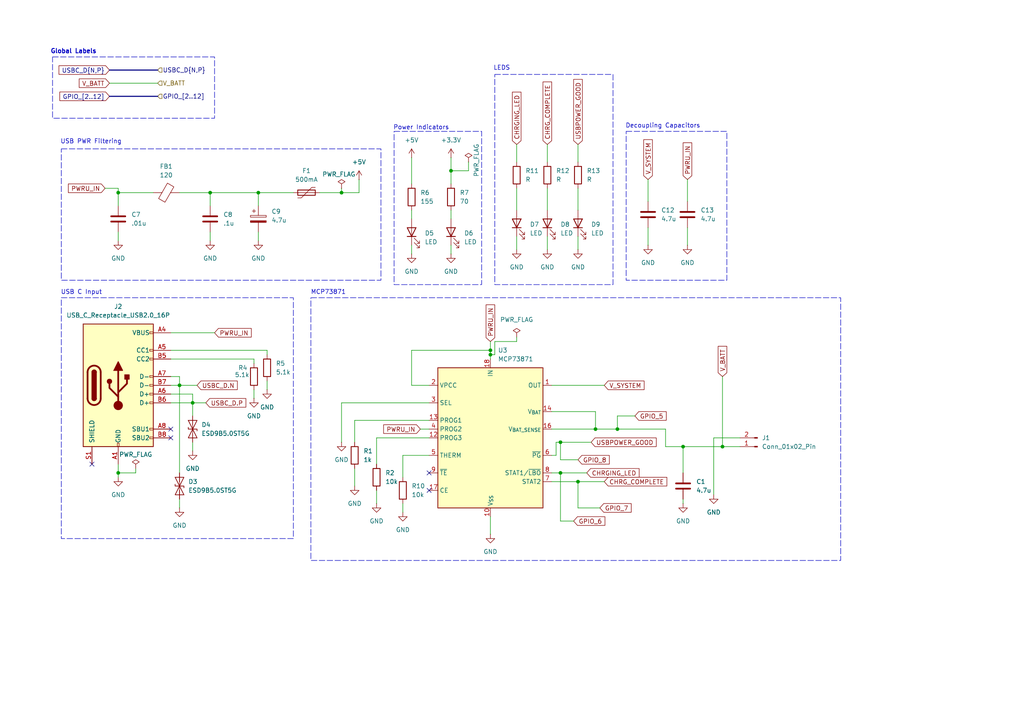
<source format=kicad_sch>
(kicad_sch (version 20231120) (generator "eeschema") (generator_version "8.0")
  (paper "A4")
  (lib_symbols
    (symbol "Battery_Management:MCP73871"
      (property "Reference" "U" (at -7.62 24.13 0))
      (property "Value" "MCP73871" (at -15.24 21.59 0))
      (symbol "MCP73871_0_1"
        (rectangle (start -15.24 20.32) (end 15.24 -20.32) (stroke (width 0.254)) (fill (type background)))
      )
      (symbol "MCP73871_1_1"
        (pin power_out line (at 17.78 15.24 180) (length 2.54) (name "OUT") (number "1"))
        (pin power_in line (at 0 -22.86 90) (length 2.54) (name "V_{SS}") (number "10"))
        (pin passive line (at 0 -22.86 90) (length 2.54) hide (name "V_{SS}") (number "11"))
        (pin bidirectional line (at -17.78 0 0) (length 2.54) (name "PROG3") (number "12"))
        (pin bidirectional line (at -17.78 5.08 0) (length 2.54) (name "PROG1") (number "13"))
        (pin power_out line (at 17.78 7.62 180) (length 2.54) (name "V_{BAT}") (number "14"))
        (pin passive line (at 17.78 7.62 180) (length 2.54) hide (name "V_{BAT}") (number "15"))
        (pin input line (at 17.78 2.54 180) (length 2.54) (name "V_{BAT_SENSE}") (number "16"))
        (pin input line (at -17.78 -15.24 0) (length 2.54) (name "CE") (number "17"))
        (pin power_in line (at 0 22.86 270) (length 2.54) (name "IN") (number "18"))
        (pin passive line (at 0 22.86 270) (length 2.54) hide (name "IN") (number "19"))
        (pin input line (at -17.78 15.24 0) (length 2.54) (name "VPCC") (number "2"))
        (pin passive line (at 17.78 15.24 180) (length 2.54) hide (name "OUT") (number "20"))
        (pin passive line (at 0 -22.86 90) (length 2.54) hide (name "V_{SS}") (number "21"))
        (pin input line (at -17.78 10.16 0) (length 2.54) (name "SEL") (number "3"))
        (pin input line (at -17.78 2.54 0) (length 2.54) (name "PROG2") (number "4"))
        (pin bidirectional line (at -17.78 -5.08 0) (length 2.54) (name "THERM") (number "5"))
        (pin open_collector line (at 17.78 -5.08 180) (length 2.54) (name "~{PG}") (number "6"))
        (pin open_collector line (at 17.78 -12.7 180) (length 2.54) (name "STAT2") (number "7"))
        (pin open_collector line (at 17.78 -10.16 180) (length 2.54) (name "STAT1/~{LBO}") (number "8"))
        (pin input line (at -17.78 -10.16 0) (length 2.54) (name "~{TE}") (number "9"))
      )
    )
    (symbol "Connector:Conn_01x02_Pin" (pin_names (offset 1.016) hide)
      (property "Reference" "J" (at 0 2.54 0))
      (property "Value" "Conn_01x02_Pin" (at 0 -5.08 0))
      (symbol "Conn_01x02_Pin_1_1"
        (polyline (pts (xy 1.27 -2.54) (xy 0.8636 -2.54)) (stroke (width 0.1524)))
        (polyline (pts (xy 1.27 0) (xy 0.8636 0)) (stroke (width 0.1524)))
        (rectangle (start 0.8636 -2.413) (end 0 -2.667) (stroke (width 0.1524)) (fill (type outline)))
        (rectangle (start 0.8636 0.127) (end 0 -0.127) (stroke (width 0.1524)) (fill (type outline)))
        (pin passive line (at 5.08 0 180) (length 3.81) (name "Pin_1") (number "1"))
        (pin passive line (at 5.08 -2.54 180) (length 3.81) (name "Pin_2") (number "2"))
      )
    )
    (symbol "Connector:USB_C_Receptacle_USB2.0_16P" (pin_names (offset 1.016))
      (property "Reference" "J" (at 0 22.225 0))
      (property "Value" "USB_C_Receptacle_USB2.0_16P" (at 0 19.685 0))
      (symbol "USB_C_Receptacle_USB2.0_16P_0_0"
        (rectangle (start -0.254 -17.78) (end 0.254 -16.764))
        (rectangle (start 10.16 -14.986) (end 9.144 -15.494))
        (rectangle (start 10.16 -12.446) (end 9.144 -12.954))
        (rectangle (start 10.16 -4.826) (end 9.144 -5.334))
        (rectangle (start 10.16 -2.286) (end 9.144 -2.794))
        (rectangle (start 10.16 0.254) (end 9.144 -0.254))
        (rectangle (start 10.16 2.794) (end 9.144 2.286))
        (rectangle (start 10.16 7.874) (end 9.144 7.366))
        (rectangle (start 10.16 10.414) (end 9.144 9.906))
        (rectangle (start 10.16 15.494) (end 9.144 14.986))
      )
      (symbol "USB_C_Receptacle_USB2.0_16P_0_1"
        (rectangle (start -10.16 17.78) (end 10.16 -17.78) (stroke (width 0.254)) (fill (type background)))
        (arc (start -8.89 -3.81) (mid -6.985 -5.7067) (end -5.08 -3.81) (stroke (width 0.508)))
        (arc (start -7.62 -3.81) (mid -6.985 -4.4423) (end -6.35 -3.81) (stroke (width 0.254)))
        (arc (start -7.62 -3.81) (mid -6.985 -4.4423) (end -6.35 -3.81) (stroke (width 0.254)) (fill (type outline)))
        (rectangle (start -7.62 -3.81) (end -6.35 3.81) (stroke (width 0.254)) (fill (type outline)))
        (arc (start -6.35 3.81) (mid -6.985 4.4423) (end -7.62 3.81) (stroke (width 0.254)))
        (arc (start -6.35 3.81) (mid -6.985 4.4423) (end -7.62 3.81) (stroke (width 0.254)) (fill (type outline)))
        (arc (start -5.08 3.81) (mid -6.985 5.7067) (end -8.89 3.81) (stroke (width 0.508)))
        (circle (center -2.54 1.143) (radius 0.635) (stroke (width 0.254)) (fill (type outline)))
        (circle (center 0 -5.842) (radius 1.27) (fill (type outline)))
        (polyline (pts (xy -8.89 -3.81) (xy -8.89 3.81)) (stroke (width 0.508)))
        (polyline (pts (xy -5.08 3.81) (xy -5.08 -3.81)) (stroke (width 0.508)))
        (polyline (pts (xy 0 -5.842) (xy 0 4.318)) (stroke (width 0.508)))
        (polyline (pts (xy 0 -3.302) (xy -2.54 -0.762) (xy -2.54 0.508)) (stroke (width 0.508)))
        (polyline (pts (xy 0 -2.032) (xy 2.54 0.508) (xy 2.54 1.778)) (stroke (width 0.508)))
        (polyline (pts (xy -1.27 4.318) (xy 0 6.858) (xy 1.27 4.318) (xy -1.27 4.318)) (stroke (width 0.254)) (fill (type outline)))
        (rectangle (start 1.905 1.778) (end 3.175 3.048) (stroke (width 0.254)) (fill (type outline)))
      )
      (symbol "USB_C_Receptacle_USB2.0_16P_1_1"
        (pin passive line (at 0 -22.86 90) (length 5.08) (name "GND") (number "A1"))
        (pin passive line (at 0 -22.86 90) (length 5.08) hide (name "GND") (number "A12"))
        (pin passive line (at 15.24 15.24 180) (length 5.08) (name "VBUS") (number "A4"))
        (pin bidirectional line (at 15.24 10.16 180) (length 5.08) (name "CC1") (number "A5"))
        (pin bidirectional line (at 15.24 -2.54 180) (length 5.08) (name "D+") (number "A6"))
        (pin bidirectional line (at 15.24 2.54 180) (length 5.08) (name "D-") (number "A7"))
        (pin bidirectional line (at 15.24 -12.7 180) (length 5.08) (name "SBU1") (number "A8"))
        (pin passive line (at 15.24 15.24 180) (length 5.08) hide (name "VBUS") (number "A9"))
        (pin passive line (at 0 -22.86 90) (length 5.08) hide (name "GND") (number "B1"))
        (pin passive line (at 0 -22.86 90) (length 5.08) hide (name "GND") (number "B12"))
        (pin passive line (at 15.24 15.24 180) (length 5.08) hide (name "VBUS") (number "B4"))
        (pin bidirectional line (at 15.24 7.62 180) (length 5.08) (name "CC2") (number "B5"))
        (pin bidirectional line (at 15.24 -5.08 180) (length 5.08) (name "D+") (number "B6"))
        (pin bidirectional line (at 15.24 0 180) (length 5.08) (name "D-") (number "B7"))
        (pin bidirectional line (at 15.24 -15.24 180) (length 5.08) (name "SBU2") (number "B8"))
        (pin passive line (at 15.24 15.24 180) (length 5.08) hide (name "VBUS") (number "B9"))
        (pin passive line (at -7.62 -22.86 90) (length 5.08) (name "SHIELD") (number "S1"))
      )
    )
    (symbol "Device:C" (pin_numbers hide) (pin_names (offset 0.254))
      (property "Reference" "C" (at 0.635 2.54 0))
      (property "Value" "C" (at 0.635 -2.54 0))
      (symbol "C_0_1"
        (polyline (pts (xy -2.032 -0.762) (xy 2.032 -0.762)) (stroke (width 0.508)))
        (polyline (pts (xy -2.032 0.762) (xy 2.032 0.762)) (stroke (width 0.508)))
      )
      (symbol "C_1_1"
        (pin passive line (at 0 3.81 270) (length 2.794) (name "~") (number "1"))
        (pin passive line (at 0 -3.81 90) (length 2.794) (name "~") (number "2"))
      )
    )
    (symbol "Device:C_Polarized" (pin_numbers hide) (pin_names (offset 0.254))
      (property "Reference" "C" (at 0.635 2.54 0))
      (property "Value" "C_Polarized" (at 0.635 -2.54 0))
      (symbol "C_Polarized_0_1"
        (rectangle (start -2.286 0.508) (end 2.286 1.016))
        (polyline (pts (xy -1.778 2.286) (xy -0.762 2.286)))
        (polyline (pts (xy -1.27 2.794) (xy -1.27 1.778)))
        (rectangle (start 2.286 -0.508) (end -2.286 -1.016) (fill (type outline)))
      )
      (symbol "C_Polarized_1_1"
        (pin passive line (at 0 3.81 270) (length 2.794) (name "~") (number "1"))
        (pin passive line (at 0 -3.81 90) (length 2.794) (name "~") (number "2"))
      )
    )
    (symbol "Device:FerriteBead" (pin_numbers hide) (pin_names (offset 0))
      (property "Reference" "FB" (at -3.81 0.635 90))
      (property "Value" "FerriteBead" (at 3.81 0 90))
      (symbol "FerriteBead_0_1"
        (polyline (pts (xy 0 -1.27) (xy 0 -1.2192)))
        (polyline (pts (xy 0 1.27) (xy 0 1.2954)))
        (polyline (pts (xy -2.7686 0.4064) (xy -1.7018 2.2606) (xy 2.7686 -0.3048) (xy 1.6764 -2.159) (xy -2.7686 0.4064)))
      )
      (symbol "FerriteBead_1_1"
        (pin passive line (at 0 3.81 270) (length 2.54) (name "~") (number "1"))
        (pin passive line (at 0 -3.81 90) (length 2.54) (name "~") (number "2"))
      )
    )
    (symbol "Device:LED" (pin_numbers hide) (pin_names (offset 1.016) hide)
      (property "Reference" "D" (at 0 2.54 0))
      (property "Value" "LED" (at 0 -2.54 0))
      (symbol "LED_0_1"
        (polyline (pts (xy -1.27 -1.27) (xy -1.27 1.27)) (stroke (width 0.254)))
        (polyline (pts (xy -1.27 0) (xy 1.27 0)))
        (polyline (pts (xy 1.27 -1.27) (xy 1.27 1.27) (xy -1.27 0) (xy 1.27 -1.27)) (stroke (width 0.254)))
        (polyline (pts (xy -3.048 -0.762) (xy -4.572 -2.286) (xy -3.81 -2.286) (xy -4.572 -2.286) (xy -4.572 -1.524)))
        (polyline (pts (xy -1.778 -0.762) (xy -3.302 -2.286) (xy -2.54 -2.286) (xy -3.302 -2.286) (xy -3.302 -1.524)))
      )
      (symbol "LED_1_1"
        (pin passive line (at -3.81 0 0) (length 2.54) (name "K") (number "1"))
        (pin passive line (at 3.81 0 180) (length 2.54) (name "A") (number "2"))
      )
    )
    (symbol "Device:Polyfuse" (pin_numbers hide) (pin_names (offset 0))
      (property "Reference" "F" (at -2.54 0 90))
      (property "Value" "Polyfuse" (at 2.54 0 90))
      (symbol "Polyfuse_0_1"
        (rectangle (start -0.762 2.54) (end 0.762 -2.54) (stroke (width 0.254)))
        (polyline (pts (xy 0 2.54) (xy 0 -2.54)))
        (polyline (pts (xy -1.524 2.54) (xy -1.524 1.524) (xy 1.524 -1.524) (xy 1.524 -2.54)))
      )
      (symbol "Polyfuse_1_1"
        (pin passive line (at 0 3.81 270) (length 1.27) (name "~") (number "1"))
        (pin passive line (at 0 -3.81 90) (length 1.27) (name "~") (number "2"))
      )
    )
    (symbol "Device:R" (pin_numbers hide) (pin_names (offset 0))
      (property "Reference" "R" (at 2.032 0 90))
      (property "Value" "R" (at 0 0 90))
      (symbol "R_0_1"
        (rectangle (start -1.016 -2.54) (end 1.016 2.54) (stroke (width 0.254)))
      )
      (symbol "R_1_1"
        (pin passive line (at 0 3.81 270) (length 1.27) (name "~") (number "1"))
        (pin passive line (at 0 -3.81 90) (length 1.27) (name "~") (number "2"))
      )
    )
    (symbol "Diode:ESD9B5.0ST5G" (pin_numbers hide) (pin_names (offset 1.016) hide)
      (property "Reference" "D" (at 0 2.54 0))
      (property "Value" "ESD9B5.0ST5G" (at 0 -2.54 0))
      (symbol "ESD9B5.0ST5G_0_1"
        (polyline (pts (xy 1.27 0) (xy -1.27 0)))
        (polyline (pts (xy -2.54 -1.27) (xy 0 0) (xy -2.54 1.27) (xy -2.54 -1.27)) (stroke (width 0.2032)))
        (polyline (pts (xy 0.508 1.27) (xy 0 1.27) (xy 0 -1.27) (xy -0.508 -1.27)) (stroke (width 0.2032)))
        (polyline (pts (xy 2.54 1.27) (xy 2.54 -1.27) (xy 0 0) (xy 2.54 1.27)) (stroke (width 0.2032)))
      )
      (symbol "ESD9B5.0ST5G_1_1"
        (pin passive line (at -3.81 0 0) (length 2.54) (name "A1") (number "1"))
        (pin passive line (at 3.81 0 180) (length 2.54) (name "A2") (number "2"))
      )
    )
    (symbol "power:+3.3V" (power) (pin_numbers hide) (pin_names (offset 0) hide)
      (property "Value" "+3.3V" (at 0 3.556 0))
      (symbol "+3.3V_0_1"
        (polyline (pts (xy -0.762 1.27) (xy 0 2.54)))
        (polyline (pts (xy 0 0) (xy 0 2.54)))
        (polyline (pts (xy 0 2.54) (xy 0.762 1.27)))
      )
      (symbol "+3.3V_1_1"
        (pin power_in line (at 0 0 90) (length 0) (name "~") (number "1"))
      )
    )
    (symbol "power:+5V" (power) (pin_numbers hide) (pin_names (offset 0) hide)
      (property "Value" "+5V" (at 0 3.556 0))
      (symbol "+5V_0_1"
        (polyline (pts (xy -0.762 1.27) (xy 0 2.54)))
        (polyline (pts (xy 0 0) (xy 0 2.54)))
        (polyline (pts (xy 0 2.54) (xy 0.762 1.27)))
      )
      (symbol "+5V_1_1"
        (pin power_in line (at 0 0 90) (length 0) (name "~") (number "1"))
      )
    )
    (symbol "power:GND" (power) (pin_numbers hide) (pin_names (offset 0) hide)
      (property "Value" "GND" (at 0 -3.81 0))
      (symbol "GND_0_1"
        (polyline (pts (xy 0 0) (xy 0 -1.27) (xy 1.27 -1.27) (xy 0 -2.54) (xy -1.27 -1.27) (xy 0 -1.27)))
      )
      (symbol "GND_1_1"
        (pin power_in line (at 0 0 270) (length 0) (name "~") (number "1"))
      )
    )
    (symbol "power:PWR_FLAG" (power) (pin_numbers hide) (pin_names (offset 0) hide)
      (property "Value" "PWR_FLAG" (at 0 3.81 0))
      (symbol "PWR_FLAG_0_0"
        (pin power_out line (at 0 0 90) (length 0) (name "~") (number "1"))
      )
      (symbol "PWR_FLAG_0_1"
        (polyline (pts (xy 0 0) (xy 0 1.27) (xy -1.016 1.905) (xy 0 2.54) (xy 1.016 1.905) (xy 0 1.27)))
      )
    )
  )
  (junction (at 99.06 55.88))
  (junction (at 198.12 129.54))
  (junction (at 142.24 101.6))
  (junction (at 179.07 124.46))
  (junction (at 34.29 55.88))
  (junction (at 162.56 137.16))
  (junction (at 167.64 139.7))
  (junction (at 34.29 137.16))
  (junction (at 60.96 55.88))
  (junction (at 74.93 55.88))
  (junction (at 130.81 49.53))
  (junction (at 209.55 129.54))
  (junction (at 162.56 128.27))
  (junction (at 52.07 111.76))
  (junction (at 142.24 102.87))
  (junction (at 172.72 124.46))
  (junction (at 55.88 116.84))
  (no_connect (at 26.67 134.62))
  (no_connect (at 49.53 127))
  (no_connect (at 49.53 124.46))
  (no_connect (at 124.46 137.16))
  (no_connect (at 124.46 142.24))
  (wire (pts (xy 124.46 116.84) (xy 99.06 116.84)))
  (wire (pts (xy 74.93 67.31) (xy 74.93 69.85)))
  (wire (pts (xy 172.72 124.46) (xy 179.07 124.46)))
  (wire (pts (xy 49.53 96.52) (xy 62.23 96.52)))
  (wire (pts (xy 102.87 121.92) (xy 102.87 128.27)))
  (wire (pts (xy 167.64 41.91) (xy 167.64 46.99)))
  (wire (pts (xy 142.24 102.87) (xy 142.24 104.14)))
  (wire (pts (xy 102.87 135.89) (xy 102.87 140.97)))
  (wire (pts (xy 199.39 66.04) (xy 199.39 71.12)))
  (wire (pts (xy 119.38 71.12) (xy 119.38 73.66)))
  (wire (pts (xy 162.56 128.27) (xy 161.29 128.27)))
  (wire (pts (xy 52.07 111.76) (xy 52.07 137.16)))
  (wire (pts (xy 52.07 144.78) (xy 52.07 147.32)))
  (wire (pts (xy 34.29 134.62) (xy 34.29 137.16)))
  (wire (pts (xy 149.86 41.91) (xy 149.86 46.99)))
  (wire (pts (xy 73.66 104.14) (xy 73.66 105.41)))
  (wire (pts (xy 99.06 54.61) (xy 99.06 55.88)))
  (wire (pts (xy 49.53 111.76) (xy 52.07 111.76)))
  (wire (pts (xy 55.88 116.84) (xy 55.88 120.65)))
  (wire (pts (xy 99.06 116.84) (xy 99.06 128.27)))
  (wire (pts (xy 49.53 114.3) (xy 55.88 114.3)))
  (wire (pts (xy 124.46 121.92) (xy 102.87 121.92)))
  (wire (pts (xy 149.86 54.61) (xy 149.86 60.96)))
  (wire (pts (xy 162.56 137.16) (xy 160.02 137.16)))
  (wire (pts (xy 199.39 52.07) (xy 199.39 58.42)))
  (wire (pts (xy 198.12 144.78) (xy 198.12 146.05)))
  (wire (pts (xy 130.81 45.72) (xy 130.81 49.53)))
  (wire (pts (xy 187.96 52.07) (xy 187.96 58.42)))
  (wire (pts (xy 209.55 129.54) (xy 214.63 129.54)))
  (wire (pts (xy 130.81 71.12) (xy 130.81 73.66)))
  (wire (pts (xy 179.07 124.46) (xy 193.04 124.46)))
  (wire (pts (xy 167.64 147.32) (xy 173.99 147.32)))
  (wire (pts (xy 142.24 101.6) (xy 142.24 102.87)))
  (wire (pts (xy 171.45 128.27) (xy 162.56 128.27)))
  (wire (pts (xy 179.07 120.65) (xy 179.07 124.46)))
  (wire (pts (xy 77.47 110.49) (xy 77.47 113.03)))
  (wire (pts (xy 109.22 142.24) (xy 109.22 146.05)))
  (wire (pts (xy 55.88 128.27) (xy 55.88 130.81)))
  (wire (pts (xy 34.29 67.31) (xy 34.29 69.85)))
  (wire (pts (xy 158.75 41.91) (xy 158.75 46.99)))
  (wire (pts (xy 130.81 60.96) (xy 130.81 63.5)))
  (wire (pts (xy 124.46 132.08) (xy 116.84 132.08)))
  (wire (pts (xy 198.12 129.54) (xy 198.12 137.16)))
  (wire (pts (xy 39.37 135.89) (xy 39.37 137.16)))
  (wire (pts (xy 142.24 99.06) (xy 142.24 101.6)))
  (wire (pts (xy 160.02 119.38) (xy 172.72 119.38)))
  (wire (pts (xy 207.01 127) (xy 207.01 143.51)))
  (wire (pts (xy 119.38 101.6) (xy 142.24 101.6)))
  (wire (pts (xy 52.07 55.88) (xy 60.96 55.88)))
  (wire (pts (xy 167.64 54.61) (xy 167.64 60.96)))
  (wire (pts (xy 167.64 139.7) (xy 160.02 139.7)))
  (wire (pts (xy 52.07 109.22) (xy 52.07 111.76)))
  (wire (pts (xy 209.55 109.22) (xy 209.55 129.54)))
  (wire (pts (xy 74.93 55.88) (xy 74.93 59.69)))
  (wire (pts (xy 214.63 127) (xy 207.01 127)))
  (wire (pts (xy 175.26 139.7) (xy 167.64 139.7)))
  (wire (pts (xy 60.96 67.31) (xy 60.96 69.85)))
  (wire (pts (xy 119.38 60.96) (xy 119.38 63.5)))
  (wire (pts (xy 162.56 128.27) (xy 162.56 133.35)))
  (wire (pts (xy 167.64 68.58) (xy 167.64 72.39)))
  (wire (pts (xy 162.56 133.35) (xy 167.64 133.35)))
  (wire (pts (xy 55.88 114.3) (xy 55.88 116.84)))
  (wire (pts (xy 34.29 55.88) (xy 44.45 55.88)))
  (wire (pts (xy 187.96 66.04) (xy 187.96 71.12)))
  (wire (pts (xy 49.53 101.6) (xy 77.47 101.6)))
  (wire (pts (xy 198.12 129.54) (xy 209.55 129.54)))
  (wire (pts (xy 34.29 55.88) (xy 34.29 59.69)))
  (wire (pts (xy 149.86 97.79) (xy 149.86 99.06)))
  (wire (pts (xy 198.12 129.54) (xy 193.04 129.54)))
  (wire (pts (xy 77.47 101.6) (xy 77.47 102.87)))
  (wire (pts (xy 160.02 124.46) (xy 172.72 124.46)))
  (wire (pts (xy 184.15 120.65) (xy 179.07 120.65)))
  (wire (pts (xy 119.38 111.76) (xy 119.38 101.6)))
  (wire (pts (xy 99.06 55.88) (xy 104.14 55.88)))
  (wire (pts (xy 149.86 68.58) (xy 149.86 72.39)))
  (wire (pts (xy 31.75 24.13) (xy 45.72 24.13)))
  (wire (pts (xy 73.66 113.03) (xy 73.66 115.57)))
  (wire (pts (xy 142.24 102.87) (xy 143.51 102.87)))
  (wire (pts (xy 34.29 137.16) (xy 39.37 137.16)))
  (wire (pts (xy 170.18 137.16) (xy 162.56 137.16)))
  (wire (pts (xy 116.84 132.08) (xy 116.84 138.43)))
  (wire (pts (xy 167.64 139.7) (xy 167.64 147.32)))
  (wire (pts (xy 49.53 116.84) (xy 55.88 116.84)))
  (wire (pts (xy 52.07 111.76) (xy 57.15 111.76)))
  (wire (pts (xy 130.81 49.53) (xy 135.89 49.53)))
  (bus (pts (xy 31.75 20.32) (xy 45.72 20.32)))
  (wire (pts (xy 172.72 119.38) (xy 172.72 124.46)))
  (wire (pts (xy 30.48 54.61) (xy 34.29 54.61)))
  (wire (pts (xy 158.75 54.61) (xy 158.75 60.96)))
  (wire (pts (xy 130.81 49.53) (xy 130.81 53.34)))
  (wire (pts (xy 161.29 132.08) (xy 160.02 132.08)))
  (wire (pts (xy 124.46 127) (xy 109.22 127)))
  (wire (pts (xy 49.53 109.22) (xy 52.07 109.22)))
  (wire (pts (xy 135.89 46.99) (xy 135.89 49.53)))
  (wire (pts (xy 116.84 146.05) (xy 116.84 148.59)))
  (wire (pts (xy 92.71 55.88) (xy 99.06 55.88)))
  (wire (pts (xy 119.38 111.76) (xy 124.46 111.76)))
  (wire (pts (xy 158.75 68.58) (xy 158.75 72.39)))
  (wire (pts (xy 60.96 55.88) (xy 74.93 55.88)))
  (wire (pts (xy 161.29 128.27) (xy 161.29 132.08)))
  (wire (pts (xy 162.56 151.13) (xy 166.37 151.13)))
  (wire (pts (xy 74.93 55.88) (xy 85.09 55.88)))
  (wire (pts (xy 160.02 111.76) (xy 175.26 111.76)))
  (wire (pts (xy 121.92 124.46) (xy 124.46 124.46)))
  (bus (pts (xy 31.75 27.94) (xy 45.72 27.94)))
  (wire (pts (xy 104.14 52.07) (xy 104.14 55.88)))
  (wire (pts (xy 193.04 124.46) (xy 193.04 129.54)))
  (wire (pts (xy 34.29 54.61) (xy 34.29 55.88)))
  (wire (pts (xy 119.38 45.72) (xy 119.38 53.34)))
  (wire (pts (xy 109.22 127) (xy 109.22 134.62)))
  (wire (pts (xy 55.88 116.84) (xy 59.69 116.84)))
  (wire (pts (xy 143.51 102.87) (xy 143.51 99.06)))
  (wire (pts (xy 143.51 99.06) (xy 149.86 99.06)))
  (wire (pts (xy 142.24 149.86) (xy 142.24 154.94)))
  (wire (pts (xy 60.96 55.88) (xy 60.96 59.69)))
  (wire (pts (xy 34.29 137.16) (xy 34.29 138.43)))
  (wire (pts (xy 49.53 104.14) (xy 73.66 104.14)))
  (wire (pts (xy 162.56 137.16) (xy 162.56 151.13)))
  (rectangle (start 17.78 43.18) (end 110.49 81.28) (stroke (width 0) (type dash)))
  (rectangle (start 17.78 86.36) (end 85.09 156.21) (stroke (width 0) (type dash)))
  (rectangle (start 181.61 38.1) (end 210.82 81.28) (stroke (width 0) (type dash)))
  (rectangle (start 15.24 16.51) (end 62.23 34.29) (stroke (width 0) (type dash)))
  (rectangle (start 143.51 21.59) (end 177.8 82.55) (stroke (width 0) (type dash)))
  (rectangle (start 114.3 38.1) (end 139.7 82.55) (stroke (width 0) (type dash)))
  (rectangle (start 90.17 86.36) (end 243.84 162.56) (stroke (width 0) (type dash)))
  (text "Global Labels" (at 21.336 14.986 0) (effects (font (size 1.27 1.27) (thickness 0.254) (bold yes))))
  (text "USB C Input" (at 23.622 84.836 0) (effects (font (size 1.27 1.27))))
  (text "USB PWR Filtering" (at 26.416 41.148 0) (effects (font (size 1.27 1.27))))
  (text "Power Indicators" (at 122.174 37.084 0) (effects (font (size 1.27 1.27))))
  (text "LEDS" (at 145.542 19.812 0) (effects (font (size 1.27 1.27))))
  (text "MCP73871" (at 95.25 84.836 0) (effects (font (size 1.27 1.27))))
  (text "Decoupling Capacitors" (at 192.278 36.576 0) (effects (font (size 1.27 1.27))))
  (global_label "PWRU_IN" (shape input) (at 62.23 96.52 0) (property "Intersheetrefs" "${INTERSHEET_REFS}" (effects (hide yes))))
  (global_label "USBC_D.P" (shape input) (at 59.69 116.84 0) (property "Intersheetrefs" "${INTERSHEET_REFS}" (effects (hide yes))))
  (global_label "CHRG_COMPLETE" (shape input) (at 175.26 139.7 0) (property "Intersheetrefs" "${INTERSHEET_REFS}" (effects (hide yes))))
  (global_label "V_SYSTEM" (shape input) (at 187.96 52.07 90) (property "Intersheetrefs" "${INTERSHEET_REFS}" (effects (hide yes))))
  (global_label "CHRG_COMPLETE" (shape input) (at 158.75 41.91 90) (property "Intersheetrefs" "${INTERSHEET_REFS}" (effects (hide yes))))
  (global_label "PWRU_IN" (shape input) (at 30.48 54.61 180) (property "Intersheetrefs" "${INTERSHEET_REFS}" (effects (hide yes))))
  (global_label "V_BATT" (shape input) (at 31.75 24.13 180) (property "Intersheetrefs" "${INTERSHEET_REFS}" (effects (hide yes))))
  (global_label "GPIO_7" (shape input) (at 173.99 147.32 0) (property "Intersheetrefs" "${INTERSHEET_REFS}" (effects (hide yes))))
  (global_label "CHRGING_LED" (shape input) (at 149.86 41.91 90) (property "Intersheetrefs" "${INTERSHEET_REFS}" (effects (hide yes))))
  (global_label "V_SYSTEM" (shape input) (at 175.26 111.76 0) (property "Intersheetrefs" "${INTERSHEET_REFS}" (effects (hide yes))))
  (global_label "PWRU_IN" (shape input) (at 199.39 52.07 90) (property "Intersheetrefs" "${INTERSHEET_REFS}" (effects (hide yes))))
  (global_label "GPIO_[2..12]" (shape input) (at 31.75 27.94 180) (property "Intersheetrefs" "${INTERSHEET_REFS}" (effects (hide yes))))
  (global_label "PWRU_IN" (shape input) (at 121.92 124.46 180) (property "Intersheetrefs" "${INTERSHEET_REFS}" (effects (hide yes))))
  (global_label "V_BATT" (shape input) (at 209.55 109.22 90) (property "Intersheetrefs" "${INTERSHEET_REFS}" (effects (hide yes))))
  (global_label "USBC_D.N" (shape input) (at 57.15 111.76 0))
  (global_label "CHRGING_LED" (shape input) (at 170.18 137.16 0) (property "Intersheetrefs" "${INTERSHEET_REFS}" (effects (hide yes))))
  (global_label "PWRU_IN" (shape input) (at 142.24 99.06 90) (property "Intersheetrefs" "${INTERSHEET_REFS}" (effects (hide yes))))
  (global_label "GPIO_5" (shape input) (at 184.15 120.65 0) (property "Intersheetrefs" "${INTERSHEET_REFS}" (effects (hide yes))))
  (global_label "USBPOWER_GOOD" (shape input) (at 167.64 41.91 90) (property "Intersheetrefs" "${INTERSHEET_REFS}" (effects (hide yes))))
  (global_label "USBC_D{N,P}" (shape input) (at 31.75 20.32 180) (property "Intersheetrefs" "${INTERSHEET_REFS}" (effects (hide yes))))
  (global_label "GPIO_8" (shape input) (at 167.64 133.35 0) (property "Intersheetrefs" "${INTERSHEET_REFS}" (effects (hide yes))))
  (global_label "USBPOWER_GOOD" (shape input) (at 171.45 128.27 0) (property "Intersheetrefs" "${INTERSHEET_REFS}" (effects (hide yes))))
  (global_label "GPIO_6" (shape input) (at 166.37 151.13 0) (property "Intersheetrefs" "${INTERSHEET_REFS}" (effects (hide yes))))
  (hierarchical_label "V_BATT" (shape input) (at 45.72 24.13 0))
  (hierarchical_label "GPIO_[2..12]" (shape input) (at 45.72 27.94 0))
  (hierarchical_label "USBC_D{N,P}" (shape input) (at 45.72 20.32 0))
  (symbol (lib_id "Battery_Management:MCP73871") (at 142.24 127 0) (unit 1)
    (property "Reference" "U3" (at 144.4341 101.6 0) (effects (justify left)))
    (property "Value" "MCP73871" (at 144.4341 104.14 0) (effects (justify left)))
    (property "Footprint" "Package_DFN_QFN:QFN-20-1EP_4x4mm_P0.5mm_EP2.5x2.5mm" (effects (hide yes)))
    (property "Datasheet" "http://www.mouser.com/ds/2/268/22090a-52174.pdf" (effects (hide yes)))
    (property "Description" "Single cell, Li-Ion/Li-Po charge management controller" (effects (hide yes)))
  )
  (symbol (lib_id "Device:R") (at 77.47 106.68 0) (unit 1)
    (property "Reference" "R5" (at 80.01 105.4099 0) (effects (justify left)))
    (property "Value" "5.1k" (at 80.01 107.9499 0) (effects (justify left)))
    (property "Footprint" "Resistor_SMD:R_0402_1005Metric" (effects (hide yes)))
    (property "Description" "Resistor" (effects (hide yes)))
  )
  (symbol (lib_id "power:+5V") (at 104.14 52.07 0) (unit 1)
    (property "Reference" "#PWR026" (effects (hide yes)))
    (property "Value" "+5V" (at 104.14 46.99 0))
    (property "Description" "Power symbol creates a global label with name \"+5V\"" (effects (hide yes)))
  )
  (symbol (lib_id "Device:C_Polarized") (at 74.93 63.5 0) (unit 1)
    (property "Reference" "C9" (at 78.74 61.3409 0) (effects (justify left)))
    (property "Value" "4.7u" (at 78.74 63.8809 0) (effects (justify left)))
    (property "Footprint" "Capacitor_SMD:C_0603_1608Metric" (effects (hide yes)))
    (property "Description" "Polarized capacitor" (effects (hide yes)))
  )
  (symbol (lib_id "power:GND") (at 116.84 148.59 0) (unit 1)
    (property "Reference" "#PWR010" (effects (hide yes)))
    (property "Value" "GND" (at 116.84 153.67 0))
    (property "Description" "Power symbol creates a global label with name \"GND\" , ground" (effects (hide yes)))
  )
  (symbol (lib_id "Device:C") (at 199.39 62.23 0) (unit 1)
    (property "Reference" "C13" (at 203.2 60.9599 0) (effects (justify left)))
    (property "Value" "4.7u" (at 203.2 63.4999 0) (effects (justify left)))
    (property "Footprint" "Capacitor_SMD:C_0603_1608Metric" (effects (hide yes)))
    (property "Description" "Unpolarized capacitor" (effects (hide yes)))
  )
  (symbol (lib_id "power:GND") (at 102.87 140.97 0) (unit 1)
    (property "Reference" "#PWR08" (effects (hide yes)))
    (property "Value" "GND" (at 102.87 146.05 0))
    (property "Description" "Power symbol creates a global label with name \"GND\" , ground" (effects (hide yes)))
  )
  (symbol (lib_id "power:GND") (at 119.38 73.66 0) (unit 1)
    (property "Reference" "#PWR028" (effects (hide yes)))
    (property "Value" "GND" (at 119.38 78.74 0))
    (property "Description" "Power symbol creates a global label with name \"GND\" , ground" (effects (hide yes)))
  )
  (symbol (lib_id "Device:Polyfuse") (at 88.9 55.88 90) (unit 1)
    (property "Reference" "F1" (at 88.9 49.53 90))
    (property "Value" "500mA" (at 88.9 52.07 90))
    (property "Footprint" "Fuse:Fuse_1812_4532Metric" (effects (hide yes)))
    (property "Description" "Resettable fuse, polymeric positive temperature coefficient" (effects (hide yes)))
  )
  (symbol (lib_id "Connector:USB_C_Receptacle_USB2.0_16P") (at 34.29 111.76 0) (unit 1)
    (property "Reference" "J2" (at 34.29 88.9 0))
    (property "Value" "USB_C_Receptacle_USB2.0_16P" (at 34.29 91.44 0))
    (property "Footprint" "Connector_USB:USB_C_Receptacle_Palconn_UTC16-G" (effects (hide yes)))
    (property "Datasheet" "https://www.usb.org/sites/default/files/documents/usb_type-c.zip" (effects (hide yes)))
    (property "Description" "USB 2.0-only 16P Type-C Receptacle connector" (effects (hide yes)))
  )
  (symbol (lib_id "power:GND") (at 73.66 115.57 0) (unit 1)
    (property "Reference" "#PWR021" (effects (hide yes)))
    (property "Value" "GND" (at 73.66 120.65 0))
    (property "Description" "Power symbol creates a global label with name \"GND\" , ground" (effects (hide yes)))
  )
  (symbol (lib_id "Device:LED") (at 119.38 67.31 90) (unit 1)
    (property "Reference" "D5" (at 123.19 67.6274 90) (effects (justify right)))
    (property "Value" "LED" (at 123.19 70.1674 90) (effects (justify right)))
    (property "Footprint" "LED_SMD:LED_0402_1005Metric" (effects (hide yes)))
    (property "Description" "Light emitting diode" (effects (hide yes)))
  )
  (symbol (lib_id "power:GND") (at 199.39 71.12 0) (unit 1)
    (property "Reference" "#PWR045" (effects (hide yes)))
    (property "Value" "GND" (at 199.39 76.2 0))
    (property "Description" "Power symbol creates a global label with name \"GND\" , ground" (effects (hide yes)))
  )
  (symbol (lib_id "power:+3.3V") (at 130.81 45.72 0) (unit 1)
    (property "Reference" "#PWR029" (effects (hide yes)))
    (property "Value" "+3.3V" (at 130.81 40.64 0))
    (property "Description" "Power symbol creates a global label with name \"+3.3V\"" (effects (hide yes)))
  )
  (symbol (lib_id "Device:LED") (at 167.64 64.77 90) (unit 1)
    (property "Reference" "D9" (at 171.45 65.0874 90) (effects (justify right)))
    (property "Value" "LED" (at 171.45 67.6274 90) (effects (justify right)))
    (property "Footprint" "LED_SMD:LED_0402_1005Metric" (effects (hide yes)))
    (property "Description" "Light emitting diode" (effects (hide yes)))
  )
  (symbol (lib_id "power:PWR_FLAG") (at 135.89 46.99 0) (unit 1)
    (property "Reference" "#FLG03" (effects (hide yes)))
    (property "Value" "PWR_FLAG" (at 138.176 46.482 90))
    (property "Description" "Special symbol for telling ERC where power comes from" (effects (hide yes)))
  )
  (symbol (lib_id "Device:R") (at 167.64 50.8 0) (unit 1)
    (property "Reference" "R13" (at 170.18 49.5299 0) (effects (justify left)))
    (property "Value" "R" (at 170.18 52.0699 0) (effects (justify left)))
    (property "Footprint" "Resistor_SMD:R_0402_1005Metric" (effects (hide yes)))
    (property "Description" "Resistor" (effects (hide yes)))
  )
  (symbol (lib_id "Device:R") (at 73.66 109.22 0) (unit 1)
    (property "Reference" "R4" (at 69.088 106.68 0) (effects (justify left)))
    (property "Value" "5.1k" (at 68.072 108.712 0) (effects (justify left)))
    (property "Footprint" "Resistor_SMD:R_0402_1005Metric" (effects (hide yes)))
    (property "Description" "Resistor" (effects (hide yes)))
  )
  (symbol (lib_id "power:GND") (at 77.47 113.03 0) (unit 1)
    (property "Reference" "#PWR022" (effects (hide yes)))
    (property "Value" "GND" (at 77.47 118.11 0))
    (property "Description" "Power symbol creates a global label with name \"GND\" , ground" (effects (hide yes)))
  )
  (symbol (lib_id "power:GND") (at 149.86 72.39 0) (unit 1)
    (property "Reference" "#PWR036" (effects (hide yes)))
    (property "Value" "GND" (at 149.86 77.47 0))
    (property "Description" "Power symbol creates a global label with name \"GND\" , ground" (effects (hide yes)))
  )
  (symbol (lib_id "power:PWR_FLAG") (at 149.86 97.79 0) (unit 1)
    (property "Reference" "#FLG02" (effects (hide yes)))
    (property "Value" "PWR_FLAG" (at 149.86 92.71 0))
    (property "Description" "Special symbol for telling ERC where power comes from" (effects (hide yes)))
  )
  (symbol (lib_id "Device:C") (at 34.29 63.5 0) (unit 1)
    (property "Reference" "C7" (at 38.1 62.2299 0) (effects (justify left)))
    (property "Value" ".01u" (at 38.1 64.7699 0) (effects (justify left)))
    (property "Footprint" "Capacitor_SMD:C_0603_1608Metric" (effects (hide yes)))
    (property "Description" "Unpolarized capacitor" (effects (hide yes)))
  )
  (symbol (lib_id "Device:C") (at 198.12 140.97 0) (unit 1)
    (property "Reference" "C1" (at 201.93 139.6999 0) (effects (justify left)))
    (property "Value" "4.7u" (at 201.93 142.2399 0) (effects (justify left)))
    (property "Footprint" "Capacitor_SMD:C_0603_1608Metric" (effects (hide yes)))
    (property "Description" "Unpolarized capacitor" (effects (hide yes)))
  )
  (symbol (lib_id "power:GND") (at 34.29 69.85 0) (unit 1)
    (property "Reference" "#PWR023" (effects (hide yes)))
    (property "Value" "GND" (at 34.29 74.93 0))
    (property "Description" "Power symbol creates a global label with name \"GND\" , ground" (effects (hide yes)))
  )
  (symbol (lib_id "Device:LED") (at 149.86 64.77 90) (unit 1)
    (property "Reference" "D7" (at 153.67 65.0874 90) (effects (justify right)))
    (property "Value" "LED" (at 153.67 67.6274 90) (effects (justify right)))
    (property "Footprint" "LED_SMD:LED_0402_1005Metric" (effects (hide yes)))
    (property "Description" "Light emitting diode" (effects (hide yes)))
  )
  (symbol (lib_id "Device:LED") (at 130.81 67.31 90) (unit 1)
    (property "Reference" "D6" (at 134.62 67.6274 90) (effects (justify right)))
    (property "Value" "LED" (at 134.62 70.1674 90) (effects (justify right)))
    (property "Footprint" "LED_SMD:LED_0402_1005Metric" (effects (hide yes)))
    (property "Description" "Light emitting diode" (effects (hide yes)))
  )
  (symbol (lib_id "power:GND") (at 142.24 154.94 0) (unit 1)
    (property "Reference" "#PWR011" (effects (hide yes)))
    (property "Value" "GND" (at 142.24 160.02 0))
    (property "Description" "Power symbol creates a global label with name \"GND\" , ground" (effects (hide yes)))
  )
  (symbol (lib_id "power:GND") (at 99.06 128.27 0) (unit 1)
    (property "Reference" "#PWR07" (effects (hide yes)))
    (property "Value" "GND" (at 99.06 133.35 0))
    (property "Description" "Power symbol creates a global label with name \"GND\" , ground" (effects (hide yes)))
  )
  (symbol (lib_id "power:GND") (at 130.81 73.66 0) (unit 1)
    (property "Reference" "#PWR030" (effects (hide yes)))
    (property "Value" "GND" (at 130.81 78.74 0))
    (property "Description" "Power symbol creates a global label with name \"GND\" , ground" (effects (hide yes)))
  )
  (symbol (lib_id "power:GND") (at 187.96 71.12 0) (unit 1)
    (property "Reference" "#PWR044" (effects (hide yes)))
    (property "Value" "GND" (at 187.96 76.2 0))
    (property "Description" "Power symbol creates a global label with name \"GND\" , ground" (effects (hide yes)))
  )
  (symbol (lib_id "power:GND") (at 55.88 130.81 0) (unit 1)
    (property "Reference" "#PWR020" (effects (hide yes)))
    (property "Value" "GND" (at 55.88 135.89 0))
    (property "Description" "Power symbol creates a global label with name \"GND\" , ground" (effects (hide yes)))
  )
  (symbol (lib_id "Device:C") (at 187.96 62.23 0) (unit 1)
    (property "Reference" "C12" (at 191.77 60.9599 0) (effects (justify left)))
    (property "Value" "4.7u" (at 191.77 63.4999 0) (effects (justify left)))
    (property "Footprint" "Capacitor_SMD:C_0603_1608Metric" (effects (hide yes)))
    (property "Description" "Unpolarized capacitor" (effects (hide yes)))
  )
  (symbol (lib_id "Connector:Conn_01x02_Pin") (at 219.71 129.54 180) (unit 1)
    (property "Reference" "J1" (at 220.98 126.9999 0) (effects (justify right)))
    (property "Value" "Conn_01x02_Pin" (at 220.98 129.5399 0) (effects (justify right)))
    (property "Footprint" "Connector_JST:JST_PH_B2B-PH-K_1x02_P2.00mm_Vertical" (effects (hide yes)))
    (property "Description" "Generic connector, single row, 01x02, script generated" (effects (hide yes)))
  )
  (symbol (lib_id "Device:R") (at 109.22 138.43 0) (unit 1)
    (property "Reference" "R2" (at 111.76 137.1599 0) (effects (justify left)))
    (property "Value" "10k" (at 111.76 139.6999 0) (effects (justify left)))
    (property "Footprint" "Resistor_SMD:R_0402_1005Metric" (effects (hide yes)))
    (property "Description" "Resistor" (effects (hide yes)))
  )
  (symbol (lib_id "Diode:ESD9B5.0ST5G") (at 55.88 124.46 90) (unit 1)
    (property "Reference" "D4" (at 58.42 123.1899 90) (effects (justify right)))
    (property "Value" "ESD9B5.0ST5G" (at 58.42 125.7299 90) (effects (justify right)))
    (property "Footprint" "Diode_SMD:D_SOD-923" (effects (hide yes)))
    (property "Datasheet" "https://www.onsemi.com/pub/Collateral/ESD9B-D.PDF" (effects (hide yes)))
    (property "Description" "ESD protection diode, 5.0Vrwm, SOD-923" (effects (hide yes)))
  )
  (symbol (lib_id "power:GND") (at 60.96 69.85 0) (unit 1)
    (property "Reference" "#PWR024" (effects (hide yes)))
    (property "Value" "GND" (at 60.96 74.93 0))
    (property "Description" "Power symbol creates a global label with name \"GND\" , ground" (effects (hide yes)))
  )
  (symbol (lib_id "power:GND") (at 198.12 146.05 0) (unit 1)
    (property "Reference" "#PWR012" (effects (hide yes)))
    (property "Value" "GND" (at 198.12 151.13 0))
    (property "Description" "Power symbol creates a global label with name \"GND\" , ground" (effects (hide yes)))
  )
  (symbol (lib_id "power:+5V") (at 119.38 45.72 0) (unit 1)
    (property "Reference" "#PWR027" (effects (hide yes)))
    (property "Value" "+5V" (at 119.38 40.64 0))
    (property "Description" "Power symbol creates a global label with name \"+5V\"" (effects (hide yes)))
  )
  (symbol (lib_id "power:GND") (at 109.22 146.05 0) (unit 1)
    (property "Reference" "#PWR09" (effects (hide yes)))
    (property "Value" "GND" (at 109.22 151.13 0))
    (property "Description" "Power symbol creates a global label with name \"GND\" , ground" (effects (hide yes)))
  )
  (symbol (lib_id "power:PWR_FLAG") (at 99.06 54.61 0) (unit 1)
    (property "Reference" "#FLG01" (effects (hide yes)))
    (property "Value" "PWR_FLAG" (at 98.298 50.546 0))
    (property "Description" "Special symbol for telling ERC where power comes from" (effects (hide yes)))
  )
  (symbol (lib_id "power:PWR_FLAG") (at 39.37 135.89 0) (unit 1)
    (property "Reference" "#FLG04" (effects (hide yes)))
    (property "Value" "PWR_FLAG" (at 39.37 131.826 0))
    (property "Description" "Special symbol for telling ERC where power comes from" (effects (hide yes)))
  )
  (symbol (lib_id "power:GND") (at 158.75 72.39 0) (unit 1)
    (property "Reference" "#PWR037" (effects (hide yes)))
    (property "Value" "GND" (at 158.75 77.47 0))
    (property "Description" "Power symbol creates a global label with name \"GND\" , ground" (effects (hide yes)))
  )
  (symbol (lib_id "power:GND") (at 167.64 72.39 0) (unit 1)
    (property "Reference" "#PWR038" (effects (hide yes)))
    (property "Value" "GND" (at 167.64 77.47 0))
    (property "Description" "Power symbol creates a global label with name \"GND\" , ground" (effects (hide yes)))
  )
  (symbol (lib_id "Device:R") (at 116.84 142.24 0) (unit 1)
    (property "Reference" "R10" (at 119.38 140.9699 0) (effects (justify left)))
    (property "Value" "10k" (at 119.38 143.5099 0) (effects (justify left)))
    (property "Footprint" "Resistor_SMD:R_0402_1005Metric" (effects (hide yes)))
    (property "Description" "Resistor" (effects (hide yes)))
  )
  (symbol (lib_id "Device:R") (at 130.81 57.15 0) (unit 1)
    (property "Reference" "R7" (at 133.35 55.8799 0) (effects (justify left)))
    (property "Value" "70" (at 133.35 58.4199 0) (effects (justify left)))
    (property "Footprint" "Resistor_SMD:R_0402_1005Metric" (effects (hide yes)))
    (property "Description" "Resistor" (effects (hide yes)))
  )
  (symbol (lib_id "power:GND") (at 34.29 138.43 0) (unit 1)
    (property "Reference" "#PWR01" (effects (hide yes)))
    (property "Value" "GND" (at 34.29 143.51 0))
    (property "Description" "Power symbol creates a global label with name \"GND\" , ground" (effects (hide yes)))
  )
  (symbol (lib_id "power:GND") (at 52.07 147.32 0) (unit 1)
    (property "Reference" "#PWR02" (effects (hide yes)))
    (property "Value" "GND" (at 52.07 152.4 0))
    (property "Description" "Power symbol creates a global label with name \"GND\" , ground" (effects (hide yes)))
  )
  (symbol (lib_id "Device:R") (at 149.86 50.8 0) (unit 1)
    (property "Reference" "R11" (at 152.4 49.5299 0) (effects (justify left)))
    (property "Value" "R" (at 152.4 52.0699 0) (effects (justify left)))
    (property "Footprint" "Resistor_SMD:R_0402_1005Metric" (effects (hide yes)))
    (property "Description" "Resistor" (effects (hide yes)))
  )
  (symbol (lib_id "power:GND") (at 74.93 69.85 0) (unit 1)
    (property "Reference" "#PWR025" (effects (hide yes)))
    (property "Value" "GND" (at 74.93 74.93 0))
    (property "Description" "Power symbol creates a global label with name \"GND\" , ground" (effects (hide yes)))
  )
  (symbol (lib_id "Diode:ESD9B5.0ST5G") (at 52.07 140.97 90) (unit 1)
    (property "Reference" "D3" (at 54.61 139.6999 90) (effects (justify right)))
    (property "Value" "ESD9B5.0ST5G" (at 54.61 142.2399 90) (effects (justify right)))
    (property "Footprint" "Diode_SMD:D_SOD-923" (effects (hide yes)))
    (property "Datasheet" "https://www.onsemi.com/pub/Collateral/ESD9B-D.PDF" (effects (hide yes)))
    (property "Description" "ESD protection diode, 5.0Vrwm, SOD-923" (effects (hide yes)))
  )
  (symbol (lib_id "Device:R") (at 102.87 132.08 0) (unit 1)
    (property "Reference" "R1" (at 105.41 130.8099 0) (effects (justify left)))
    (property "Value" "1k" (at 105.41 133.3499 0) (effects (justify left)))
    (property "Footprint" "Resistor_SMD:R_0402_1005Metric" (effects (hide yes)))
    (property "Description" "Resistor" (effects (hide yes)))
  )
  (symbol (lib_id "Device:R") (at 158.75 50.8 0) (unit 1)
    (property "Reference" "R12" (at 161.29 49.5299 0) (effects (justify left)))
    (property "Value" "R" (at 161.29 52.0699 0) (effects (justify left)))
    (property "Footprint" "Resistor_SMD:R_0402_1005Metric" (effects (hide yes)))
    (property "Description" "Resistor" (effects (hide yes)))
  )
  (symbol (lib_id "Device:R") (at 119.38 57.15 0) (unit 1)
    (property "Reference" "R6" (at 121.92 55.8799 0) (effects (justify left)))
    (property "Value" "155" (at 121.92 58.4199 0) (effects (justify left)))
    (property "Footprint" "Resistor_SMD:R_0402_1005Metric" (effects (hide yes)))
    (property "Description" "Resistor" (effects (hide yes)))
  )
  (symbol (lib_id "power:GND") (at 207.01 143.51 0) (unit 1)
    (property "Reference" "#PWR013" (effects (hide yes)))
    (property "Value" "GND" (at 207.01 148.59 0))
    (property "Description" "Power symbol creates a global label with name \"GND\" , ground" (effects (hide yes)))
  )
  (symbol (lib_id "Device:C") (at 60.96 63.5 0) (unit 1)
    (property "Reference" "C8" (at 64.77 62.2299 0) (effects (justify left)))
    (property "Value" ".1u" (at 64.77 64.7699 0) (effects (justify left)))
    (property "Footprint" "Capacitor_SMD:CP_Elec_6.3x7.7" (effects (hide yes)))
    (property "Description" "Unpolarized capacitor" (effects (hide yes)))
  )
  (symbol (lib_id "Device:LED") (at 158.75 64.77 90) (unit 1)
    (property "Reference" "D8" (at 162.56 65.0874 90) (effects (justify right)))
    (property "Value" "LED" (at 162.56 67.6274 90) (effects (justify right)))
    (property "Footprint" "LED_SMD:LED_0402_1005Metric" (effects (hide yes)))
    (property "Description" "Light emitting diode" (effects (hide yes)))
  )
  (symbol (lib_id "Device:FerriteBead") (at 48.26 55.88 90) (unit 1)
    (property "Reference" "FB1" (at 48.2092 48.26 90))
    (property "Value" "120" (at 48.2092 50.8 90))
    (property "Footprint" "Inductor_SMD:L_0603_1608Metric" (effects (hide yes)))
    (property "Description" "Ferrite bead" (effects (hide yes)))
  )
)
</source>
